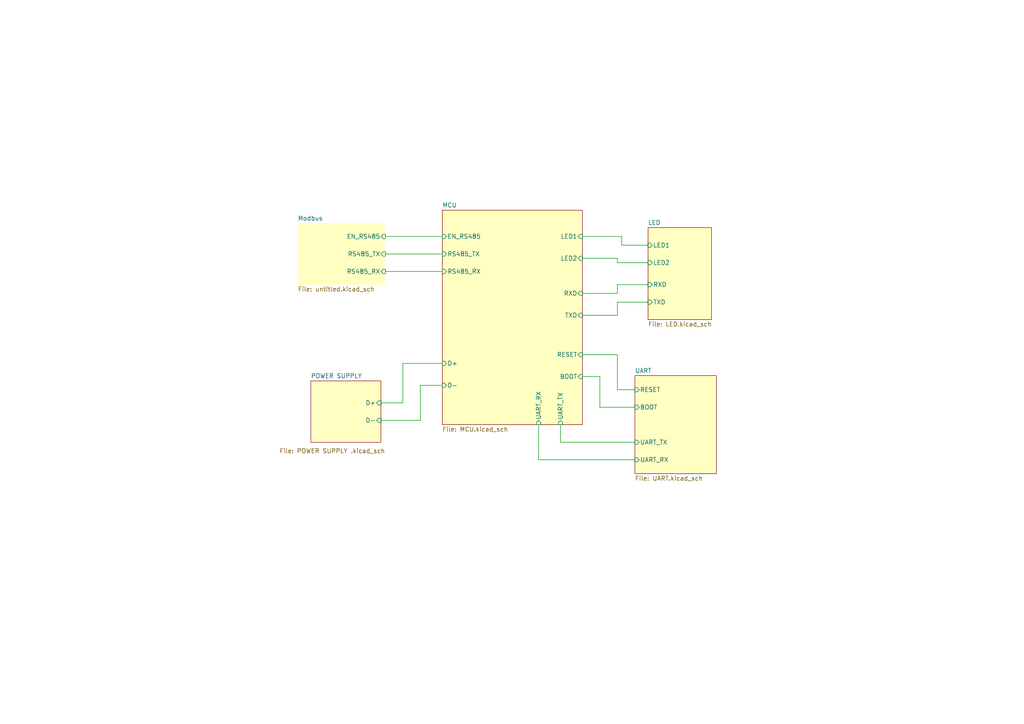
<source format=kicad_sch>
(kicad_sch
	(version 20231120)
	(generator "eeschema")
	(generator_version "8.0")
	(uuid "d2a36e1f-fec3-490e-b886-dde607a861ec")
	(paper "A4")
	(lib_symbols)
	(wire
		(pts
			(xy 179.07 113.03) (xy 179.07 102.87)
		)
		(stroke
			(width 0)
			(type default)
		)
		(uuid "1be082ff-4fa1-4f1e-8f31-557a8880e44f")
	)
	(wire
		(pts
			(xy 179.07 102.87) (xy 168.91 102.87)
		)
		(stroke
			(width 0)
			(type default)
		)
		(uuid "1ca39448-624e-4e4b-92ad-5b29346bb1c3")
	)
	(wire
		(pts
			(xy 111.76 73.66) (xy 128.27 73.66)
		)
		(stroke
			(width 0)
			(type default)
		)
		(uuid "271b5b02-9a56-42ab-9487-0dc78f04531a")
	)
	(wire
		(pts
			(xy 179.07 76.2) (xy 187.96 76.2)
		)
		(stroke
			(width 0)
			(type default)
		)
		(uuid "29bfeead-702f-443a-aec7-b328e613a0b1")
	)
	(wire
		(pts
			(xy 179.07 76.2) (xy 179.07 74.93)
		)
		(stroke
			(width 0)
			(type default)
		)
		(uuid "2ce761e2-5831-4551-831e-c06753192975")
	)
	(wire
		(pts
			(xy 179.07 91.44) (xy 168.91 91.44)
		)
		(stroke
			(width 0)
			(type default)
		)
		(uuid "2e3fa34b-d126-4cf4-978b-26c62c8b7ebb")
	)
	(wire
		(pts
			(xy 187.96 87.63) (xy 179.07 87.63)
		)
		(stroke
			(width 0)
			(type default)
		)
		(uuid "367995bf-24d8-4d42-a9b6-79dac71ac181")
	)
	(wire
		(pts
			(xy 180.34 68.58) (xy 168.91 68.58)
		)
		(stroke
			(width 0)
			(type default)
		)
		(uuid "4170c68a-f44f-4ca0-a017-fef53e6f7e34")
	)
	(wire
		(pts
			(xy 156.21 123.19) (xy 156.21 133.35)
		)
		(stroke
			(width 0)
			(type default)
		)
		(uuid "43548e67-2f86-44ee-89f8-abd738b52292")
	)
	(wire
		(pts
			(xy 179.07 82.55) (xy 179.07 85.09)
		)
		(stroke
			(width 0)
			(type default)
		)
		(uuid "46f34af9-886a-43a4-81c5-36ac3dffc211")
	)
	(wire
		(pts
			(xy 111.76 68.58) (xy 128.27 68.58)
		)
		(stroke
			(width 0)
			(type default)
		)
		(uuid "56c6998b-8274-48ff-9e36-09c6f1e6f35c")
	)
	(wire
		(pts
			(xy 184.15 118.11) (xy 173.99 118.11)
		)
		(stroke
			(width 0)
			(type default)
		)
		(uuid "5845b0bd-a0a2-42b1-8628-cf42f9312142")
	)
	(wire
		(pts
			(xy 116.84 105.41) (xy 128.27 105.41)
		)
		(stroke
			(width 0)
			(type default)
		)
		(uuid "78315998-04c6-4feb-9302-8cc1dd2a9560")
	)
	(wire
		(pts
			(xy 187.96 82.55) (xy 179.07 82.55)
		)
		(stroke
			(width 0)
			(type default)
		)
		(uuid "80af9b8c-f0d0-4fba-a92f-a2c372ea7e9b")
	)
	(wire
		(pts
			(xy 110.49 121.92) (xy 121.92 121.92)
		)
		(stroke
			(width 0)
			(type default)
		)
		(uuid "81550ab2-387d-42b2-9cf2-2883544df2d2")
	)
	(wire
		(pts
			(xy 116.84 116.84) (xy 116.84 105.41)
		)
		(stroke
			(width 0)
			(type default)
		)
		(uuid "8a4b0eb1-22d9-4704-bb6d-ec362ed4bd58")
	)
	(wire
		(pts
			(xy 179.07 87.63) (xy 179.07 91.44)
		)
		(stroke
			(width 0)
			(type default)
		)
		(uuid "8b626abc-8d33-44a1-87e0-6efddd233e7e")
	)
	(wire
		(pts
			(xy 121.92 111.76) (xy 128.27 111.76)
		)
		(stroke
			(width 0)
			(type default)
		)
		(uuid "92781d68-280c-450c-a46f-a845950ee709")
	)
	(wire
		(pts
			(xy 111.76 78.74) (xy 128.27 78.74)
		)
		(stroke
			(width 0)
			(type default)
		)
		(uuid "93034b71-e636-41ba-91e4-16dc28fe782a")
	)
	(wire
		(pts
			(xy 110.49 116.84) (xy 116.84 116.84)
		)
		(stroke
			(width 0)
			(type default)
		)
		(uuid "9b95144b-da19-4572-8e10-28d6449629cf")
	)
	(wire
		(pts
			(xy 180.34 71.12) (xy 187.96 71.12)
		)
		(stroke
			(width 0)
			(type default)
		)
		(uuid "a35458f5-f574-4749-a6d9-b5561477eee4")
	)
	(wire
		(pts
			(xy 179.07 74.93) (xy 168.91 74.93)
		)
		(stroke
			(width 0)
			(type default)
		)
		(uuid "b82c2db2-1e56-4b27-9f65-9432f7db5712")
	)
	(wire
		(pts
			(xy 121.92 121.92) (xy 121.92 111.76)
		)
		(stroke
			(width 0)
			(type default)
		)
		(uuid "bd4a4ba2-8fc9-43b5-9c78-c98eff1427ff")
	)
	(wire
		(pts
			(xy 184.15 113.03) (xy 179.07 113.03)
		)
		(stroke
			(width 0)
			(type default)
		)
		(uuid "c22fdca4-955b-485e-911b-353da0b58543")
	)
	(wire
		(pts
			(xy 180.34 71.12) (xy 180.34 68.58)
		)
		(stroke
			(width 0)
			(type default)
		)
		(uuid "c7c8513c-7df5-4ff7-ac5d-062a476a5050")
	)
	(wire
		(pts
			(xy 156.21 133.35) (xy 184.15 133.35)
		)
		(stroke
			(width 0)
			(type default)
		)
		(uuid "ccfdcc46-2db9-4484-a29b-ff8710cda1a4")
	)
	(wire
		(pts
			(xy 162.56 123.19) (xy 162.56 128.27)
		)
		(stroke
			(width 0)
			(type default)
		)
		(uuid "d3ce354d-a9d3-4980-87f6-bf98792fbaec")
	)
	(wire
		(pts
			(xy 179.07 85.09) (xy 168.91 85.09)
		)
		(stroke
			(width 0)
			(type default)
		)
		(uuid "d487b6ba-5070-45d2-9f2d-4ca9b51a067d")
	)
	(wire
		(pts
			(xy 162.56 128.27) (xy 184.15 128.27)
		)
		(stroke
			(width 0)
			(type default)
		)
		(uuid "d7632bc8-aa1f-4b6d-8103-3e4dd00f1022")
	)
	(wire
		(pts
			(xy 173.99 118.11) (xy 173.99 109.22)
		)
		(stroke
			(width 0)
			(type default)
		)
		(uuid "da245019-cfce-46e6-9e57-72cf18740fe2")
	)
	(wire
		(pts
			(xy 173.99 109.22) (xy 168.91 109.22)
		)
		(stroke
			(width 0)
			(type default)
		)
		(uuid "ffac4a9b-28d7-4348-af32-fbf4382853e5")
	)
	(sheet
		(at 128.27 60.96)
		(size 40.64 62.23)
		(fields_autoplaced yes)
		(stroke
			(width 0.1524)
			(type solid)
		)
		(fill
			(color 255 255 194 1.0000)
		)
		(uuid "0070a5fd-2242-49a9-8515-77361d4f22c9")
		(property "Sheetname" "MCU"
			(at 128.27 60.2484 0)
			(effects
				(font
					(size 1.27 1.27)
				)
				(justify left bottom)
			)
		)
		(property "Sheetfile" "MCU.kicad_sch"
			(at 128.27 123.7746 0)
			(effects
				(font
					(size 1.27 1.27)
				)
				(justify left top)
			)
		)
		(pin "D-" input
			(at 128.27 111.76 180)
			(effects
				(font
					(size 1.27 1.27)
				)
				(justify left)
			)
			(uuid "1ba057ba-2186-4455-a183-e28f19e8efbf")
		)
		(pin "D+" input
			(at 128.27 105.41 180)
			(effects
				(font
					(size 1.27 1.27)
				)
				(justify left)
			)
			(uuid "89cc4769-e59a-4b72-86bc-09b69d530391")
		)
		(pin "EN_RS485" input
			(at 128.27 68.58 180)
			(effects
				(font
					(size 1.27 1.27)
				)
				(justify left)
			)
			(uuid "2835cf61-a81c-4ebe-999f-043378447e70")
		)
		(pin "RS485_RX" input
			(at 128.27 78.74 180)
			(effects
				(font
					(size 1.27 1.27)
				)
				(justify left)
			)
			(uuid "a2dd29e2-8ab9-4410-94e2-3dbefdcc83bd")
		)
		(pin "RS485_TX" input
			(at 128.27 73.66 180)
			(effects
				(font
					(size 1.27 1.27)
				)
				(justify left)
			)
			(uuid "2c8c8fe2-ad26-48eb-9768-2a6417c76c5d")
		)
		(pin "LED1" input
			(at 168.91 68.58 0)
			(effects
				(font
					(size 1.27 1.27)
				)
				(justify right)
			)
			(uuid "6e498b62-224a-4fb8-b99c-0f1fe9a83b75")
		)
		(pin "LED2" input
			(at 168.91 74.93 0)
			(effects
				(font
					(size 1.27 1.27)
				)
				(justify right)
			)
			(uuid "4e58fa63-5599-43a1-95e3-4115b469e94d")
		)
		(pin "RXD" input
			(at 168.91 85.09 0)
			(effects
				(font
					(size 1.27 1.27)
				)
				(justify right)
			)
			(uuid "a541b1ad-2c58-4bd4-9b67-a290351c2d0f")
		)
		(pin "TXD" input
			(at 168.91 91.44 0)
			(effects
				(font
					(size 1.27 1.27)
				)
				(justify right)
			)
			(uuid "d860f031-25f0-4d3c-87e0-6b583e6ff239")
		)
		(pin "UART_RX" input
			(at 156.21 123.19 270)
			(effects
				(font
					(size 1.27 1.27)
				)
				(justify left)
			)
			(uuid "e260776c-1db1-464a-814e-23199a2008f7")
		)
		(pin "UART_TX" input
			(at 162.56 123.19 270)
			(effects
				(font
					(size 1.27 1.27)
				)
				(justify left)
			)
			(uuid "f2df8310-2963-4fb9-98ba-bc42f264545f")
		)
		(pin "BOOT" input
			(at 168.91 109.22 0)
			(effects
				(font
					(size 1.27 1.27)
				)
				(justify right)
			)
			(uuid "7e0f66cb-88c7-4324-bbac-e3ccaf1aa020")
		)
		(pin "RESET" input
			(at 168.91 102.87 0)
			(effects
				(font
					(size 1.27 1.27)
				)
				(justify right)
			)
			(uuid "12eb4bd6-4ffe-4779-9bcb-2c6bb1d0002f")
		)
		(instances
			(project "LCD High Revolution"
				(path "/7eaed49e-949c-4b32-bb59-42041e199453/cb3a589e-3872-4cde-9770-3d39d4934022"
					(page "3")
				)
			)
		)
	)
	(sheet
		(at 86.36 64.77)
		(size 25.4 17.78)
		(fields_autoplaced yes)
		(stroke
			(width 0.1524)
			(type solid)
			(color 255 255 194 1)
		)
		(fill
			(color 255 255 194 1.0000)
		)
		(uuid "02fbcb66-5250-4d03-96d3-712f7ba2e5b8")
		(property "Sheetname" "Modbus"
			(at 86.36 64.0584 0)
			(effects
				(font
					(size 1.27 1.27)
				)
				(justify left bottom)
			)
		)
		(property "Sheetfile" "untitled.kicad_sch"
			(at 86.36 83.1346 0)
			(effects
				(font
					(size 1.27 1.27)
				)
				(justify left top)
			)
		)
		(pin "RS485_RX" input
			(at 111.76 78.74 0)
			(effects
				(font
					(size 1.27 1.27)
				)
				(justify right)
			)
			(uuid "55e43773-4450-4083-bd17-57f4ab24d28a")
		)
		(pin "EN_RS485" input
			(at 111.76 68.58 0)
			(effects
				(font
					(size 1.27 1.27)
				)
				(justify right)
			)
			(uuid "1585b872-e3f0-4665-a44f-d49fc1fcf11f")
		)
		(pin "RS485_TX" input
			(at 111.76 73.66 0)
			(effects
				(font
					(size 1.27 1.27)
				)
				(justify right)
			)
			(uuid "247fa7c0-7558-44c6-86d2-3e9f133bcd78")
		)
		(instances
			(project "LCD High Revolution"
				(path "/7eaed49e-949c-4b32-bb59-42041e199453/cb3a589e-3872-4cde-9770-3d39d4934022"
					(page "8")
				)
			)
		)
	)
	(sheet
		(at 184.15 108.966)
		(size 23.622 28.448)
		(fields_autoplaced yes)
		(stroke
			(width 0.1524)
			(type solid)
		)
		(fill
			(color 255 255 194 1.0000)
		)
		(uuid "5ca1fda6-be4d-4661-a66c-0bc7df0aaf8e")
		(property "Sheetname" "UART"
			(at 184.15 108.2544 0)
			(effects
				(font
					(size 1.27 1.27)
				)
				(justify left bottom)
			)
		)
		(property "Sheetfile" "UART.kicad_sch"
			(at 184.15 137.9986 0)
			(effects
				(font
					(size 1.27 1.27)
				)
				(justify left top)
			)
		)
		(pin "RESET" input
			(at 184.15 113.03 180)
			(effects
				(font
					(size 1.27 1.27)
				)
				(justify left)
			)
			(uuid "403fb0fc-52ae-4a90-a616-0755e1401595")
		)
		(pin "BOOT" input
			(at 184.15 118.11 180)
			(effects
				(font
					(size 1.27 1.27)
				)
				(justify left)
			)
			(uuid "f463c931-e1ba-4893-92c3-23dd37c2b23b")
		)
		(pin "UART_TX" input
			(at 184.15 128.27 180)
			(effects
				(font
					(size 1.27 1.27)
				)
				(justify left)
			)
			(uuid "ad07538c-d3be-4daa-b869-e7ce91f72c0e")
		)
		(pin "UART_RX" input
			(at 184.15 133.35 180)
			(effects
				(font
					(size 1.27 1.27)
				)
				(justify left)
			)
			(uuid "c8464fd7-47c1-48c0-8908-b92416d1b4b6")
		)
		(instances
			(project "LCD High Revolution"
				(path "/7eaed49e-949c-4b32-bb59-42041e199453/cb3a589e-3872-4cde-9770-3d39d4934022"
					(page "7")
				)
			)
		)
	)
	(sheet
		(at 90.17 110.49)
		(size 20.32 17.78)
		(stroke
			(width 0.1524)
			(type solid)
		)
		(fill
			(color 255 255 194 1.0000)
		)
		(uuid "79ecc67d-16d4-4c47-90f7-1d53866eac54")
		(property "Sheetname" "POWER SUPPLY "
			(at 90.17 109.7784 0)
			(effects
				(font
					(size 1.27 1.27)
				)
				(justify left bottom)
			)
		)
		(property "Sheetfile" "POWER SUPPLY .kicad_sch"
			(at 81.026 130.048 0)
			(effects
				(font
					(size 1.27 1.27)
				)
				(justify left top)
			)
		)
		(pin "D-" input
			(at 110.49 121.92 0)
			(effects
				(font
					(size 1.27 1.27)
				)
				(justify right)
			)
			(uuid "70af3a8e-fd55-42b6-abae-50a3cae7cbd9")
		)
		(pin "D+" input
			(at 110.49 116.84 0)
			(effects
				(font
					(size 1.27 1.27)
				)
				(justify right)
			)
			(uuid "cd19336a-8530-40d9-a5d7-ea498461088c")
		)
		(instances
			(project "LCD High Revolution"
				(path "/7eaed49e-949c-4b32-bb59-42041e199453/cb3a589e-3872-4cde-9770-3d39d4934022"
					(page "8")
				)
			)
		)
	)
	(sheet
		(at 187.96 66.04)
		(size 18.415 26.67)
		(fields_autoplaced yes)
		(stroke
			(width 0.1524)
			(type solid)
			(color 132 0 0 1)
		)
		(fill
			(color 255 255 194 1.0000)
		)
		(uuid "d60fed46-748a-4d29-8eda-79cc01d07841")
		(property "Sheetname" "LED"
			(at 187.96 65.3284 0)
			(effects
				(font
					(size 1.27 1.27)
				)
				(justify left bottom)
			)
		)
		(property "Sheetfile" "LED.kicad_sch"
			(at 187.96 93.2946 0)
			(effects
				(font
					(size 1.27 1.27)
				)
				(justify left top)
			)
		)
		(pin "LED1" input
			(at 187.96 71.12 180)
			(effects
				(font
					(size 1.27 1.27)
				)
				(justify left)
			)
			(uuid "14c8787a-af91-43e4-840e-441d7fd0fff0")
		)
		(pin "LED2" input
			(at 187.96 76.2 180)
			(effects
				(font
					(size 1.27 1.27)
				)
				(justify left)
			)
			(uuid "8a9cf64c-638a-4fe7-9d92-04140498bfcd")
		)
		(pin "TXD" input
			(at 187.96 87.63 180)
			(effects
				(font
					(size 1.27 1.27)
				)
				(justify left)
			)
			(uuid "b1be81b4-c468-4865-b690-e32b04b48064")
		)
		(pin "RXD" input
			(at 187.96 82.55 180)
			(effects
				(font
					(size 1.27 1.27)
				)
				(justify left)
			)
			(uuid "5e07d76f-0e2d-4876-bb92-17c1b6e9d0bb")
		)
		(instances
			(project "LCD High Revolution"
				(path "/7eaed49e-949c-4b32-bb59-42041e199453/cb3a589e-3872-4cde-9770-3d39d4934022"
					(page "6")
				)
			)
		)
	)
)
</source>
